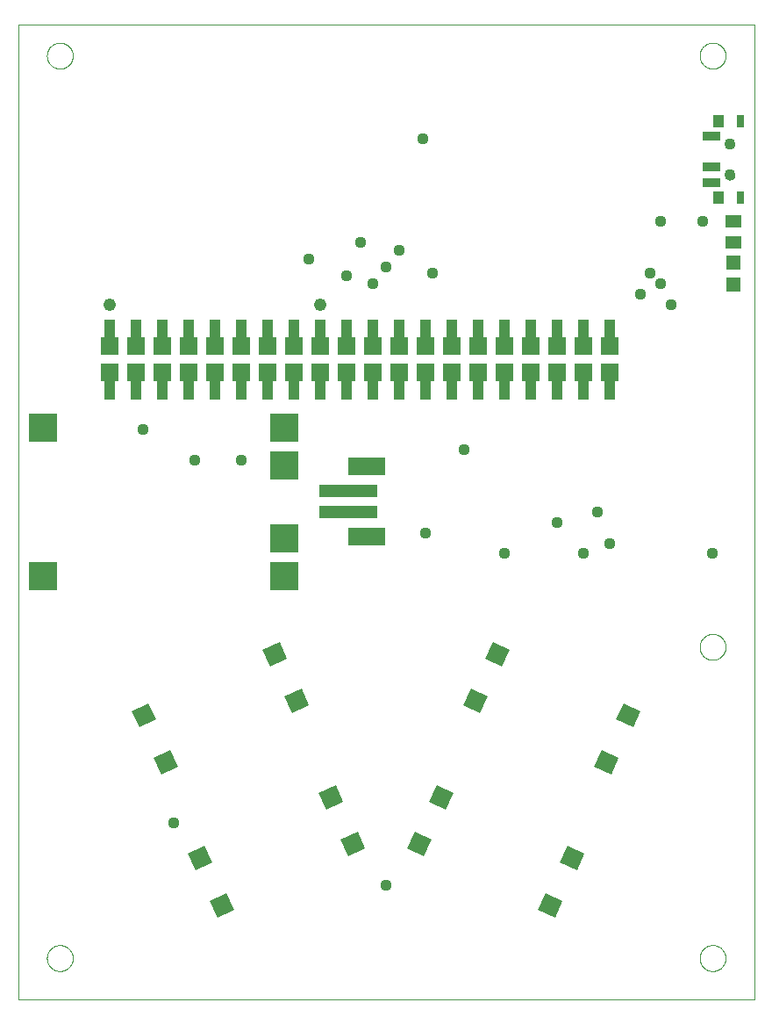
<source format=gbs>
G75*
%MOIN*%
%OFA0B0*%
%FSLAX25Y25*%
%IPPOS*%
%LPD*%
%AMOC8*
5,1,8,0,0,1.08239X$1,22.5*
%
%ADD10C,0.00000*%
%ADD11C,0.00039*%
%ADD12R,0.06800X0.06800*%
%ADD13R,0.04000X0.07800*%
%ADD14R,0.22454X0.04737*%
%ADD15R,0.14186X0.07099*%
%ADD16R,0.10800X0.10800*%
%ADD17R,0.07099X0.06902*%
%ADD18R,0.06312X0.05131*%
%ADD19R,0.05524X0.05524*%
%ADD20R,0.06706X0.03556*%
%ADD21R,0.03162X0.04737*%
%ADD22R,0.03950X0.04737*%
%ADD23C,0.04343*%
%ADD24C,0.04369*%
%ADD25C,0.04762*%
D10*
X0003248Y0001500D02*
X0282776Y0001500D01*
X0282776Y0371579D01*
X0003248Y0371579D01*
X0003248Y0001500D01*
X0271752Y0314492D02*
X0271754Y0314576D01*
X0271760Y0314659D01*
X0271770Y0314742D01*
X0271784Y0314825D01*
X0271801Y0314907D01*
X0271823Y0314988D01*
X0271848Y0315067D01*
X0271877Y0315146D01*
X0271910Y0315223D01*
X0271946Y0315298D01*
X0271986Y0315372D01*
X0272029Y0315444D01*
X0272076Y0315513D01*
X0272126Y0315580D01*
X0272179Y0315645D01*
X0272235Y0315707D01*
X0272293Y0315767D01*
X0272355Y0315824D01*
X0272419Y0315877D01*
X0272486Y0315928D01*
X0272555Y0315975D01*
X0272626Y0316020D01*
X0272699Y0316060D01*
X0272774Y0316097D01*
X0272851Y0316131D01*
X0272929Y0316161D01*
X0273008Y0316187D01*
X0273089Y0316210D01*
X0273171Y0316228D01*
X0273253Y0316243D01*
X0273336Y0316254D01*
X0273419Y0316261D01*
X0273503Y0316264D01*
X0273587Y0316263D01*
X0273670Y0316258D01*
X0273754Y0316249D01*
X0273836Y0316236D01*
X0273918Y0316220D01*
X0273999Y0316199D01*
X0274080Y0316175D01*
X0274158Y0316147D01*
X0274236Y0316115D01*
X0274312Y0316079D01*
X0274386Y0316040D01*
X0274458Y0315998D01*
X0274528Y0315952D01*
X0274596Y0315903D01*
X0274661Y0315851D01*
X0274724Y0315796D01*
X0274784Y0315738D01*
X0274842Y0315677D01*
X0274896Y0315613D01*
X0274948Y0315547D01*
X0274996Y0315479D01*
X0275041Y0315408D01*
X0275082Y0315335D01*
X0275121Y0315261D01*
X0275155Y0315185D01*
X0275186Y0315107D01*
X0275213Y0315028D01*
X0275237Y0314947D01*
X0275256Y0314866D01*
X0275272Y0314784D01*
X0275284Y0314701D01*
X0275292Y0314617D01*
X0275296Y0314534D01*
X0275296Y0314450D01*
X0275292Y0314367D01*
X0275284Y0314283D01*
X0275272Y0314200D01*
X0275256Y0314118D01*
X0275237Y0314037D01*
X0275213Y0313956D01*
X0275186Y0313877D01*
X0275155Y0313799D01*
X0275121Y0313723D01*
X0275082Y0313649D01*
X0275041Y0313576D01*
X0274996Y0313505D01*
X0274948Y0313437D01*
X0274896Y0313371D01*
X0274842Y0313307D01*
X0274784Y0313246D01*
X0274724Y0313188D01*
X0274661Y0313133D01*
X0274596Y0313081D01*
X0274528Y0313032D01*
X0274458Y0312986D01*
X0274386Y0312944D01*
X0274312Y0312905D01*
X0274236Y0312869D01*
X0274158Y0312837D01*
X0274080Y0312809D01*
X0273999Y0312785D01*
X0273918Y0312764D01*
X0273836Y0312748D01*
X0273754Y0312735D01*
X0273670Y0312726D01*
X0273587Y0312721D01*
X0273503Y0312720D01*
X0273419Y0312723D01*
X0273336Y0312730D01*
X0273253Y0312741D01*
X0273171Y0312756D01*
X0273089Y0312774D01*
X0273008Y0312797D01*
X0272929Y0312823D01*
X0272851Y0312853D01*
X0272774Y0312887D01*
X0272699Y0312924D01*
X0272626Y0312964D01*
X0272555Y0313009D01*
X0272486Y0313056D01*
X0272419Y0313107D01*
X0272355Y0313160D01*
X0272293Y0313217D01*
X0272235Y0313277D01*
X0272179Y0313339D01*
X0272126Y0313404D01*
X0272076Y0313471D01*
X0272029Y0313540D01*
X0271986Y0313612D01*
X0271946Y0313686D01*
X0271910Y0313761D01*
X0271877Y0313838D01*
X0271848Y0313917D01*
X0271823Y0313996D01*
X0271801Y0314077D01*
X0271784Y0314159D01*
X0271770Y0314242D01*
X0271760Y0314325D01*
X0271754Y0314408D01*
X0271752Y0314492D01*
X0271752Y0326303D02*
X0271754Y0326387D01*
X0271760Y0326470D01*
X0271770Y0326553D01*
X0271784Y0326636D01*
X0271801Y0326718D01*
X0271823Y0326799D01*
X0271848Y0326878D01*
X0271877Y0326957D01*
X0271910Y0327034D01*
X0271946Y0327109D01*
X0271986Y0327183D01*
X0272029Y0327255D01*
X0272076Y0327324D01*
X0272126Y0327391D01*
X0272179Y0327456D01*
X0272235Y0327518D01*
X0272293Y0327578D01*
X0272355Y0327635D01*
X0272419Y0327688D01*
X0272486Y0327739D01*
X0272555Y0327786D01*
X0272626Y0327831D01*
X0272699Y0327871D01*
X0272774Y0327908D01*
X0272851Y0327942D01*
X0272929Y0327972D01*
X0273008Y0327998D01*
X0273089Y0328021D01*
X0273171Y0328039D01*
X0273253Y0328054D01*
X0273336Y0328065D01*
X0273419Y0328072D01*
X0273503Y0328075D01*
X0273587Y0328074D01*
X0273670Y0328069D01*
X0273754Y0328060D01*
X0273836Y0328047D01*
X0273918Y0328031D01*
X0273999Y0328010D01*
X0274080Y0327986D01*
X0274158Y0327958D01*
X0274236Y0327926D01*
X0274312Y0327890D01*
X0274386Y0327851D01*
X0274458Y0327809D01*
X0274528Y0327763D01*
X0274596Y0327714D01*
X0274661Y0327662D01*
X0274724Y0327607D01*
X0274784Y0327549D01*
X0274842Y0327488D01*
X0274896Y0327424D01*
X0274948Y0327358D01*
X0274996Y0327290D01*
X0275041Y0327219D01*
X0275082Y0327146D01*
X0275121Y0327072D01*
X0275155Y0326996D01*
X0275186Y0326918D01*
X0275213Y0326839D01*
X0275237Y0326758D01*
X0275256Y0326677D01*
X0275272Y0326595D01*
X0275284Y0326512D01*
X0275292Y0326428D01*
X0275296Y0326345D01*
X0275296Y0326261D01*
X0275292Y0326178D01*
X0275284Y0326094D01*
X0275272Y0326011D01*
X0275256Y0325929D01*
X0275237Y0325848D01*
X0275213Y0325767D01*
X0275186Y0325688D01*
X0275155Y0325610D01*
X0275121Y0325534D01*
X0275082Y0325460D01*
X0275041Y0325387D01*
X0274996Y0325316D01*
X0274948Y0325248D01*
X0274896Y0325182D01*
X0274842Y0325118D01*
X0274784Y0325057D01*
X0274724Y0324999D01*
X0274661Y0324944D01*
X0274596Y0324892D01*
X0274528Y0324843D01*
X0274458Y0324797D01*
X0274386Y0324755D01*
X0274312Y0324716D01*
X0274236Y0324680D01*
X0274158Y0324648D01*
X0274080Y0324620D01*
X0273999Y0324596D01*
X0273918Y0324575D01*
X0273836Y0324559D01*
X0273754Y0324546D01*
X0273670Y0324537D01*
X0273587Y0324532D01*
X0273503Y0324531D01*
X0273419Y0324534D01*
X0273336Y0324541D01*
X0273253Y0324552D01*
X0273171Y0324567D01*
X0273089Y0324585D01*
X0273008Y0324608D01*
X0272929Y0324634D01*
X0272851Y0324664D01*
X0272774Y0324698D01*
X0272699Y0324735D01*
X0272626Y0324775D01*
X0272555Y0324820D01*
X0272486Y0324867D01*
X0272419Y0324918D01*
X0272355Y0324971D01*
X0272293Y0325028D01*
X0272235Y0325088D01*
X0272179Y0325150D01*
X0272126Y0325215D01*
X0272076Y0325282D01*
X0272029Y0325351D01*
X0271986Y0325423D01*
X0271946Y0325497D01*
X0271910Y0325572D01*
X0271877Y0325649D01*
X0271848Y0325728D01*
X0271823Y0325807D01*
X0271801Y0325888D01*
X0271784Y0325970D01*
X0271770Y0326053D01*
X0271760Y0326136D01*
X0271754Y0326219D01*
X0271752Y0326303D01*
D11*
X0262107Y0359768D02*
X0262109Y0359908D01*
X0262115Y0360048D01*
X0262125Y0360187D01*
X0262139Y0360326D01*
X0262157Y0360465D01*
X0262178Y0360603D01*
X0262204Y0360741D01*
X0262234Y0360878D01*
X0262267Y0361013D01*
X0262305Y0361148D01*
X0262346Y0361282D01*
X0262391Y0361415D01*
X0262439Y0361546D01*
X0262492Y0361675D01*
X0262548Y0361804D01*
X0262607Y0361930D01*
X0262671Y0362055D01*
X0262737Y0362178D01*
X0262808Y0362299D01*
X0262881Y0362418D01*
X0262958Y0362535D01*
X0263039Y0362649D01*
X0263122Y0362761D01*
X0263209Y0362871D01*
X0263299Y0362979D01*
X0263391Y0363083D01*
X0263487Y0363185D01*
X0263586Y0363285D01*
X0263687Y0363381D01*
X0263791Y0363475D01*
X0263898Y0363565D01*
X0264007Y0363652D01*
X0264119Y0363737D01*
X0264233Y0363818D01*
X0264349Y0363896D01*
X0264467Y0363970D01*
X0264588Y0364041D01*
X0264710Y0364109D01*
X0264835Y0364173D01*
X0264961Y0364234D01*
X0265088Y0364291D01*
X0265218Y0364344D01*
X0265349Y0364394D01*
X0265481Y0364439D01*
X0265614Y0364482D01*
X0265749Y0364520D01*
X0265884Y0364554D01*
X0266021Y0364585D01*
X0266158Y0364612D01*
X0266296Y0364634D01*
X0266435Y0364653D01*
X0266574Y0364668D01*
X0266713Y0364679D01*
X0266853Y0364686D01*
X0266993Y0364689D01*
X0267133Y0364688D01*
X0267273Y0364683D01*
X0267412Y0364674D01*
X0267552Y0364661D01*
X0267691Y0364644D01*
X0267829Y0364623D01*
X0267967Y0364599D01*
X0268104Y0364570D01*
X0268240Y0364538D01*
X0268375Y0364501D01*
X0268509Y0364461D01*
X0268642Y0364417D01*
X0268773Y0364369D01*
X0268903Y0364318D01*
X0269032Y0364263D01*
X0269159Y0364204D01*
X0269284Y0364141D01*
X0269407Y0364076D01*
X0269529Y0364006D01*
X0269648Y0363933D01*
X0269766Y0363857D01*
X0269881Y0363778D01*
X0269994Y0363695D01*
X0270104Y0363609D01*
X0270212Y0363520D01*
X0270317Y0363428D01*
X0270420Y0363333D01*
X0270520Y0363235D01*
X0270617Y0363135D01*
X0270711Y0363031D01*
X0270803Y0362925D01*
X0270891Y0362817D01*
X0270976Y0362706D01*
X0271058Y0362592D01*
X0271137Y0362476D01*
X0271212Y0362359D01*
X0271284Y0362239D01*
X0271352Y0362117D01*
X0271417Y0361993D01*
X0271479Y0361867D01*
X0271537Y0361740D01*
X0271591Y0361611D01*
X0271642Y0361480D01*
X0271688Y0361348D01*
X0271731Y0361215D01*
X0271771Y0361081D01*
X0271806Y0360946D01*
X0271838Y0360809D01*
X0271865Y0360672D01*
X0271889Y0360534D01*
X0271909Y0360396D01*
X0271925Y0360257D01*
X0271937Y0360117D01*
X0271945Y0359978D01*
X0271949Y0359838D01*
X0271949Y0359698D01*
X0271945Y0359558D01*
X0271937Y0359419D01*
X0271925Y0359279D01*
X0271909Y0359140D01*
X0271889Y0359002D01*
X0271865Y0358864D01*
X0271838Y0358727D01*
X0271806Y0358590D01*
X0271771Y0358455D01*
X0271731Y0358321D01*
X0271688Y0358188D01*
X0271642Y0358056D01*
X0271591Y0357925D01*
X0271537Y0357796D01*
X0271479Y0357669D01*
X0271417Y0357543D01*
X0271352Y0357419D01*
X0271284Y0357297D01*
X0271212Y0357177D01*
X0271137Y0357060D01*
X0271058Y0356944D01*
X0270976Y0356830D01*
X0270891Y0356719D01*
X0270803Y0356611D01*
X0270711Y0356505D01*
X0270617Y0356401D01*
X0270520Y0356301D01*
X0270420Y0356203D01*
X0270317Y0356108D01*
X0270212Y0356016D01*
X0270104Y0355927D01*
X0269994Y0355841D01*
X0269881Y0355758D01*
X0269766Y0355679D01*
X0269648Y0355603D01*
X0269529Y0355530D01*
X0269407Y0355460D01*
X0269284Y0355395D01*
X0269159Y0355332D01*
X0269032Y0355273D01*
X0268903Y0355218D01*
X0268773Y0355167D01*
X0268642Y0355119D01*
X0268509Y0355075D01*
X0268375Y0355035D01*
X0268240Y0354998D01*
X0268104Y0354966D01*
X0267967Y0354937D01*
X0267829Y0354913D01*
X0267691Y0354892D01*
X0267552Y0354875D01*
X0267412Y0354862D01*
X0267273Y0354853D01*
X0267133Y0354848D01*
X0266993Y0354847D01*
X0266853Y0354850D01*
X0266713Y0354857D01*
X0266574Y0354868D01*
X0266435Y0354883D01*
X0266296Y0354902D01*
X0266158Y0354924D01*
X0266021Y0354951D01*
X0265884Y0354982D01*
X0265749Y0355016D01*
X0265614Y0355054D01*
X0265481Y0355097D01*
X0265349Y0355142D01*
X0265218Y0355192D01*
X0265088Y0355245D01*
X0264961Y0355302D01*
X0264835Y0355363D01*
X0264710Y0355427D01*
X0264588Y0355495D01*
X0264467Y0355566D01*
X0264349Y0355640D01*
X0264233Y0355718D01*
X0264119Y0355799D01*
X0264007Y0355884D01*
X0263898Y0355971D01*
X0263791Y0356061D01*
X0263687Y0356155D01*
X0263586Y0356251D01*
X0263487Y0356351D01*
X0263391Y0356453D01*
X0263299Y0356557D01*
X0263209Y0356665D01*
X0263122Y0356775D01*
X0263039Y0356887D01*
X0262958Y0357001D01*
X0262881Y0357118D01*
X0262808Y0357237D01*
X0262737Y0357358D01*
X0262671Y0357481D01*
X0262607Y0357606D01*
X0262548Y0357732D01*
X0262492Y0357861D01*
X0262439Y0357990D01*
X0262391Y0358121D01*
X0262346Y0358254D01*
X0262305Y0358388D01*
X0262267Y0358523D01*
X0262234Y0358658D01*
X0262204Y0358795D01*
X0262178Y0358933D01*
X0262157Y0359071D01*
X0262139Y0359210D01*
X0262125Y0359349D01*
X0262115Y0359488D01*
X0262109Y0359628D01*
X0262107Y0359768D01*
X0262107Y0135358D02*
X0262109Y0135498D01*
X0262115Y0135638D01*
X0262125Y0135777D01*
X0262139Y0135916D01*
X0262157Y0136055D01*
X0262178Y0136193D01*
X0262204Y0136331D01*
X0262234Y0136468D01*
X0262267Y0136603D01*
X0262305Y0136738D01*
X0262346Y0136872D01*
X0262391Y0137005D01*
X0262439Y0137136D01*
X0262492Y0137265D01*
X0262548Y0137394D01*
X0262607Y0137520D01*
X0262671Y0137645D01*
X0262737Y0137768D01*
X0262808Y0137889D01*
X0262881Y0138008D01*
X0262958Y0138125D01*
X0263039Y0138239D01*
X0263122Y0138351D01*
X0263209Y0138461D01*
X0263299Y0138569D01*
X0263391Y0138673D01*
X0263487Y0138775D01*
X0263586Y0138875D01*
X0263687Y0138971D01*
X0263791Y0139065D01*
X0263898Y0139155D01*
X0264007Y0139242D01*
X0264119Y0139327D01*
X0264233Y0139408D01*
X0264349Y0139486D01*
X0264467Y0139560D01*
X0264588Y0139631D01*
X0264710Y0139699D01*
X0264835Y0139763D01*
X0264961Y0139824D01*
X0265088Y0139881D01*
X0265218Y0139934D01*
X0265349Y0139984D01*
X0265481Y0140029D01*
X0265614Y0140072D01*
X0265749Y0140110D01*
X0265884Y0140144D01*
X0266021Y0140175D01*
X0266158Y0140202D01*
X0266296Y0140224D01*
X0266435Y0140243D01*
X0266574Y0140258D01*
X0266713Y0140269D01*
X0266853Y0140276D01*
X0266993Y0140279D01*
X0267133Y0140278D01*
X0267273Y0140273D01*
X0267412Y0140264D01*
X0267552Y0140251D01*
X0267691Y0140234D01*
X0267829Y0140213D01*
X0267967Y0140189D01*
X0268104Y0140160D01*
X0268240Y0140128D01*
X0268375Y0140091D01*
X0268509Y0140051D01*
X0268642Y0140007D01*
X0268773Y0139959D01*
X0268903Y0139908D01*
X0269032Y0139853D01*
X0269159Y0139794D01*
X0269284Y0139731D01*
X0269407Y0139666D01*
X0269529Y0139596D01*
X0269648Y0139523D01*
X0269766Y0139447D01*
X0269881Y0139368D01*
X0269994Y0139285D01*
X0270104Y0139199D01*
X0270212Y0139110D01*
X0270317Y0139018D01*
X0270420Y0138923D01*
X0270520Y0138825D01*
X0270617Y0138725D01*
X0270711Y0138621D01*
X0270803Y0138515D01*
X0270891Y0138407D01*
X0270976Y0138296D01*
X0271058Y0138182D01*
X0271137Y0138066D01*
X0271212Y0137949D01*
X0271284Y0137829D01*
X0271352Y0137707D01*
X0271417Y0137583D01*
X0271479Y0137457D01*
X0271537Y0137330D01*
X0271591Y0137201D01*
X0271642Y0137070D01*
X0271688Y0136938D01*
X0271731Y0136805D01*
X0271771Y0136671D01*
X0271806Y0136536D01*
X0271838Y0136399D01*
X0271865Y0136262D01*
X0271889Y0136124D01*
X0271909Y0135986D01*
X0271925Y0135847D01*
X0271937Y0135707D01*
X0271945Y0135568D01*
X0271949Y0135428D01*
X0271949Y0135288D01*
X0271945Y0135148D01*
X0271937Y0135009D01*
X0271925Y0134869D01*
X0271909Y0134730D01*
X0271889Y0134592D01*
X0271865Y0134454D01*
X0271838Y0134317D01*
X0271806Y0134180D01*
X0271771Y0134045D01*
X0271731Y0133911D01*
X0271688Y0133778D01*
X0271642Y0133646D01*
X0271591Y0133515D01*
X0271537Y0133386D01*
X0271479Y0133259D01*
X0271417Y0133133D01*
X0271352Y0133009D01*
X0271284Y0132887D01*
X0271212Y0132767D01*
X0271137Y0132650D01*
X0271058Y0132534D01*
X0270976Y0132420D01*
X0270891Y0132309D01*
X0270803Y0132201D01*
X0270711Y0132095D01*
X0270617Y0131991D01*
X0270520Y0131891D01*
X0270420Y0131793D01*
X0270317Y0131698D01*
X0270212Y0131606D01*
X0270104Y0131517D01*
X0269994Y0131431D01*
X0269881Y0131348D01*
X0269766Y0131269D01*
X0269648Y0131193D01*
X0269529Y0131120D01*
X0269407Y0131050D01*
X0269284Y0130985D01*
X0269159Y0130922D01*
X0269032Y0130863D01*
X0268903Y0130808D01*
X0268773Y0130757D01*
X0268642Y0130709D01*
X0268509Y0130665D01*
X0268375Y0130625D01*
X0268240Y0130588D01*
X0268104Y0130556D01*
X0267967Y0130527D01*
X0267829Y0130503D01*
X0267691Y0130482D01*
X0267552Y0130465D01*
X0267412Y0130452D01*
X0267273Y0130443D01*
X0267133Y0130438D01*
X0266993Y0130437D01*
X0266853Y0130440D01*
X0266713Y0130447D01*
X0266574Y0130458D01*
X0266435Y0130473D01*
X0266296Y0130492D01*
X0266158Y0130514D01*
X0266021Y0130541D01*
X0265884Y0130572D01*
X0265749Y0130606D01*
X0265614Y0130644D01*
X0265481Y0130687D01*
X0265349Y0130732D01*
X0265218Y0130782D01*
X0265088Y0130835D01*
X0264961Y0130892D01*
X0264835Y0130953D01*
X0264710Y0131017D01*
X0264588Y0131085D01*
X0264467Y0131156D01*
X0264349Y0131230D01*
X0264233Y0131308D01*
X0264119Y0131389D01*
X0264007Y0131474D01*
X0263898Y0131561D01*
X0263791Y0131651D01*
X0263687Y0131745D01*
X0263586Y0131841D01*
X0263487Y0131941D01*
X0263391Y0132043D01*
X0263299Y0132147D01*
X0263209Y0132255D01*
X0263122Y0132365D01*
X0263039Y0132477D01*
X0262958Y0132591D01*
X0262881Y0132708D01*
X0262808Y0132827D01*
X0262737Y0132948D01*
X0262671Y0133071D01*
X0262607Y0133196D01*
X0262548Y0133322D01*
X0262492Y0133451D01*
X0262439Y0133580D01*
X0262391Y0133711D01*
X0262346Y0133844D01*
X0262305Y0133978D01*
X0262267Y0134113D01*
X0262234Y0134248D01*
X0262204Y0134385D01*
X0262178Y0134523D01*
X0262157Y0134661D01*
X0262139Y0134800D01*
X0262125Y0134939D01*
X0262115Y0135078D01*
X0262109Y0135218D01*
X0262107Y0135358D01*
X0262107Y0017248D02*
X0262109Y0017388D01*
X0262115Y0017528D01*
X0262125Y0017667D01*
X0262139Y0017806D01*
X0262157Y0017945D01*
X0262178Y0018083D01*
X0262204Y0018221D01*
X0262234Y0018358D01*
X0262267Y0018493D01*
X0262305Y0018628D01*
X0262346Y0018762D01*
X0262391Y0018895D01*
X0262439Y0019026D01*
X0262492Y0019155D01*
X0262548Y0019284D01*
X0262607Y0019410D01*
X0262671Y0019535D01*
X0262737Y0019658D01*
X0262808Y0019779D01*
X0262881Y0019898D01*
X0262958Y0020015D01*
X0263039Y0020129D01*
X0263122Y0020241D01*
X0263209Y0020351D01*
X0263299Y0020459D01*
X0263391Y0020563D01*
X0263487Y0020665D01*
X0263586Y0020765D01*
X0263687Y0020861D01*
X0263791Y0020955D01*
X0263898Y0021045D01*
X0264007Y0021132D01*
X0264119Y0021217D01*
X0264233Y0021298D01*
X0264349Y0021376D01*
X0264467Y0021450D01*
X0264588Y0021521D01*
X0264710Y0021589D01*
X0264835Y0021653D01*
X0264961Y0021714D01*
X0265088Y0021771D01*
X0265218Y0021824D01*
X0265349Y0021874D01*
X0265481Y0021919D01*
X0265614Y0021962D01*
X0265749Y0022000D01*
X0265884Y0022034D01*
X0266021Y0022065D01*
X0266158Y0022092D01*
X0266296Y0022114D01*
X0266435Y0022133D01*
X0266574Y0022148D01*
X0266713Y0022159D01*
X0266853Y0022166D01*
X0266993Y0022169D01*
X0267133Y0022168D01*
X0267273Y0022163D01*
X0267412Y0022154D01*
X0267552Y0022141D01*
X0267691Y0022124D01*
X0267829Y0022103D01*
X0267967Y0022079D01*
X0268104Y0022050D01*
X0268240Y0022018D01*
X0268375Y0021981D01*
X0268509Y0021941D01*
X0268642Y0021897D01*
X0268773Y0021849D01*
X0268903Y0021798D01*
X0269032Y0021743D01*
X0269159Y0021684D01*
X0269284Y0021621D01*
X0269407Y0021556D01*
X0269529Y0021486D01*
X0269648Y0021413D01*
X0269766Y0021337D01*
X0269881Y0021258D01*
X0269994Y0021175D01*
X0270104Y0021089D01*
X0270212Y0021000D01*
X0270317Y0020908D01*
X0270420Y0020813D01*
X0270520Y0020715D01*
X0270617Y0020615D01*
X0270711Y0020511D01*
X0270803Y0020405D01*
X0270891Y0020297D01*
X0270976Y0020186D01*
X0271058Y0020072D01*
X0271137Y0019956D01*
X0271212Y0019839D01*
X0271284Y0019719D01*
X0271352Y0019597D01*
X0271417Y0019473D01*
X0271479Y0019347D01*
X0271537Y0019220D01*
X0271591Y0019091D01*
X0271642Y0018960D01*
X0271688Y0018828D01*
X0271731Y0018695D01*
X0271771Y0018561D01*
X0271806Y0018426D01*
X0271838Y0018289D01*
X0271865Y0018152D01*
X0271889Y0018014D01*
X0271909Y0017876D01*
X0271925Y0017737D01*
X0271937Y0017597D01*
X0271945Y0017458D01*
X0271949Y0017318D01*
X0271949Y0017178D01*
X0271945Y0017038D01*
X0271937Y0016899D01*
X0271925Y0016759D01*
X0271909Y0016620D01*
X0271889Y0016482D01*
X0271865Y0016344D01*
X0271838Y0016207D01*
X0271806Y0016070D01*
X0271771Y0015935D01*
X0271731Y0015801D01*
X0271688Y0015668D01*
X0271642Y0015536D01*
X0271591Y0015405D01*
X0271537Y0015276D01*
X0271479Y0015149D01*
X0271417Y0015023D01*
X0271352Y0014899D01*
X0271284Y0014777D01*
X0271212Y0014657D01*
X0271137Y0014540D01*
X0271058Y0014424D01*
X0270976Y0014310D01*
X0270891Y0014199D01*
X0270803Y0014091D01*
X0270711Y0013985D01*
X0270617Y0013881D01*
X0270520Y0013781D01*
X0270420Y0013683D01*
X0270317Y0013588D01*
X0270212Y0013496D01*
X0270104Y0013407D01*
X0269994Y0013321D01*
X0269881Y0013238D01*
X0269766Y0013159D01*
X0269648Y0013083D01*
X0269529Y0013010D01*
X0269407Y0012940D01*
X0269284Y0012875D01*
X0269159Y0012812D01*
X0269032Y0012753D01*
X0268903Y0012698D01*
X0268773Y0012647D01*
X0268642Y0012599D01*
X0268509Y0012555D01*
X0268375Y0012515D01*
X0268240Y0012478D01*
X0268104Y0012446D01*
X0267967Y0012417D01*
X0267829Y0012393D01*
X0267691Y0012372D01*
X0267552Y0012355D01*
X0267412Y0012342D01*
X0267273Y0012333D01*
X0267133Y0012328D01*
X0266993Y0012327D01*
X0266853Y0012330D01*
X0266713Y0012337D01*
X0266574Y0012348D01*
X0266435Y0012363D01*
X0266296Y0012382D01*
X0266158Y0012404D01*
X0266021Y0012431D01*
X0265884Y0012462D01*
X0265749Y0012496D01*
X0265614Y0012534D01*
X0265481Y0012577D01*
X0265349Y0012622D01*
X0265218Y0012672D01*
X0265088Y0012725D01*
X0264961Y0012782D01*
X0264835Y0012843D01*
X0264710Y0012907D01*
X0264588Y0012975D01*
X0264467Y0013046D01*
X0264349Y0013120D01*
X0264233Y0013198D01*
X0264119Y0013279D01*
X0264007Y0013364D01*
X0263898Y0013451D01*
X0263791Y0013541D01*
X0263687Y0013635D01*
X0263586Y0013731D01*
X0263487Y0013831D01*
X0263391Y0013933D01*
X0263299Y0014037D01*
X0263209Y0014145D01*
X0263122Y0014255D01*
X0263039Y0014367D01*
X0262958Y0014481D01*
X0262881Y0014598D01*
X0262808Y0014717D01*
X0262737Y0014838D01*
X0262671Y0014961D01*
X0262607Y0015086D01*
X0262548Y0015212D01*
X0262492Y0015341D01*
X0262439Y0015470D01*
X0262391Y0015601D01*
X0262346Y0015734D01*
X0262305Y0015868D01*
X0262267Y0016003D01*
X0262234Y0016138D01*
X0262204Y0016275D01*
X0262178Y0016413D01*
X0262157Y0016551D01*
X0262139Y0016690D01*
X0262125Y0016829D01*
X0262115Y0016968D01*
X0262109Y0017108D01*
X0262107Y0017248D01*
X0014075Y0017248D02*
X0014077Y0017388D01*
X0014083Y0017528D01*
X0014093Y0017667D01*
X0014107Y0017806D01*
X0014125Y0017945D01*
X0014146Y0018083D01*
X0014172Y0018221D01*
X0014202Y0018358D01*
X0014235Y0018493D01*
X0014273Y0018628D01*
X0014314Y0018762D01*
X0014359Y0018895D01*
X0014407Y0019026D01*
X0014460Y0019155D01*
X0014516Y0019284D01*
X0014575Y0019410D01*
X0014639Y0019535D01*
X0014705Y0019658D01*
X0014776Y0019779D01*
X0014849Y0019898D01*
X0014926Y0020015D01*
X0015007Y0020129D01*
X0015090Y0020241D01*
X0015177Y0020351D01*
X0015267Y0020459D01*
X0015359Y0020563D01*
X0015455Y0020665D01*
X0015554Y0020765D01*
X0015655Y0020861D01*
X0015759Y0020955D01*
X0015866Y0021045D01*
X0015975Y0021132D01*
X0016087Y0021217D01*
X0016201Y0021298D01*
X0016317Y0021376D01*
X0016435Y0021450D01*
X0016556Y0021521D01*
X0016678Y0021589D01*
X0016803Y0021653D01*
X0016929Y0021714D01*
X0017056Y0021771D01*
X0017186Y0021824D01*
X0017317Y0021874D01*
X0017449Y0021919D01*
X0017582Y0021962D01*
X0017717Y0022000D01*
X0017852Y0022034D01*
X0017989Y0022065D01*
X0018126Y0022092D01*
X0018264Y0022114D01*
X0018403Y0022133D01*
X0018542Y0022148D01*
X0018681Y0022159D01*
X0018821Y0022166D01*
X0018961Y0022169D01*
X0019101Y0022168D01*
X0019241Y0022163D01*
X0019380Y0022154D01*
X0019520Y0022141D01*
X0019659Y0022124D01*
X0019797Y0022103D01*
X0019935Y0022079D01*
X0020072Y0022050D01*
X0020208Y0022018D01*
X0020343Y0021981D01*
X0020477Y0021941D01*
X0020610Y0021897D01*
X0020741Y0021849D01*
X0020871Y0021798D01*
X0021000Y0021743D01*
X0021127Y0021684D01*
X0021252Y0021621D01*
X0021375Y0021556D01*
X0021497Y0021486D01*
X0021616Y0021413D01*
X0021734Y0021337D01*
X0021849Y0021258D01*
X0021962Y0021175D01*
X0022072Y0021089D01*
X0022180Y0021000D01*
X0022285Y0020908D01*
X0022388Y0020813D01*
X0022488Y0020715D01*
X0022585Y0020615D01*
X0022679Y0020511D01*
X0022771Y0020405D01*
X0022859Y0020297D01*
X0022944Y0020186D01*
X0023026Y0020072D01*
X0023105Y0019956D01*
X0023180Y0019839D01*
X0023252Y0019719D01*
X0023320Y0019597D01*
X0023385Y0019473D01*
X0023447Y0019347D01*
X0023505Y0019220D01*
X0023559Y0019091D01*
X0023610Y0018960D01*
X0023656Y0018828D01*
X0023699Y0018695D01*
X0023739Y0018561D01*
X0023774Y0018426D01*
X0023806Y0018289D01*
X0023833Y0018152D01*
X0023857Y0018014D01*
X0023877Y0017876D01*
X0023893Y0017737D01*
X0023905Y0017597D01*
X0023913Y0017458D01*
X0023917Y0017318D01*
X0023917Y0017178D01*
X0023913Y0017038D01*
X0023905Y0016899D01*
X0023893Y0016759D01*
X0023877Y0016620D01*
X0023857Y0016482D01*
X0023833Y0016344D01*
X0023806Y0016207D01*
X0023774Y0016070D01*
X0023739Y0015935D01*
X0023699Y0015801D01*
X0023656Y0015668D01*
X0023610Y0015536D01*
X0023559Y0015405D01*
X0023505Y0015276D01*
X0023447Y0015149D01*
X0023385Y0015023D01*
X0023320Y0014899D01*
X0023252Y0014777D01*
X0023180Y0014657D01*
X0023105Y0014540D01*
X0023026Y0014424D01*
X0022944Y0014310D01*
X0022859Y0014199D01*
X0022771Y0014091D01*
X0022679Y0013985D01*
X0022585Y0013881D01*
X0022488Y0013781D01*
X0022388Y0013683D01*
X0022285Y0013588D01*
X0022180Y0013496D01*
X0022072Y0013407D01*
X0021962Y0013321D01*
X0021849Y0013238D01*
X0021734Y0013159D01*
X0021616Y0013083D01*
X0021497Y0013010D01*
X0021375Y0012940D01*
X0021252Y0012875D01*
X0021127Y0012812D01*
X0021000Y0012753D01*
X0020871Y0012698D01*
X0020741Y0012647D01*
X0020610Y0012599D01*
X0020477Y0012555D01*
X0020343Y0012515D01*
X0020208Y0012478D01*
X0020072Y0012446D01*
X0019935Y0012417D01*
X0019797Y0012393D01*
X0019659Y0012372D01*
X0019520Y0012355D01*
X0019380Y0012342D01*
X0019241Y0012333D01*
X0019101Y0012328D01*
X0018961Y0012327D01*
X0018821Y0012330D01*
X0018681Y0012337D01*
X0018542Y0012348D01*
X0018403Y0012363D01*
X0018264Y0012382D01*
X0018126Y0012404D01*
X0017989Y0012431D01*
X0017852Y0012462D01*
X0017717Y0012496D01*
X0017582Y0012534D01*
X0017449Y0012577D01*
X0017317Y0012622D01*
X0017186Y0012672D01*
X0017056Y0012725D01*
X0016929Y0012782D01*
X0016803Y0012843D01*
X0016678Y0012907D01*
X0016556Y0012975D01*
X0016435Y0013046D01*
X0016317Y0013120D01*
X0016201Y0013198D01*
X0016087Y0013279D01*
X0015975Y0013364D01*
X0015866Y0013451D01*
X0015759Y0013541D01*
X0015655Y0013635D01*
X0015554Y0013731D01*
X0015455Y0013831D01*
X0015359Y0013933D01*
X0015267Y0014037D01*
X0015177Y0014145D01*
X0015090Y0014255D01*
X0015007Y0014367D01*
X0014926Y0014481D01*
X0014849Y0014598D01*
X0014776Y0014717D01*
X0014705Y0014838D01*
X0014639Y0014961D01*
X0014575Y0015086D01*
X0014516Y0015212D01*
X0014460Y0015341D01*
X0014407Y0015470D01*
X0014359Y0015601D01*
X0014314Y0015734D01*
X0014273Y0015868D01*
X0014235Y0016003D01*
X0014202Y0016138D01*
X0014172Y0016275D01*
X0014146Y0016413D01*
X0014125Y0016551D01*
X0014107Y0016690D01*
X0014093Y0016829D01*
X0014083Y0016968D01*
X0014077Y0017108D01*
X0014075Y0017248D01*
X0014075Y0359768D02*
X0014077Y0359908D01*
X0014083Y0360048D01*
X0014093Y0360187D01*
X0014107Y0360326D01*
X0014125Y0360465D01*
X0014146Y0360603D01*
X0014172Y0360741D01*
X0014202Y0360878D01*
X0014235Y0361013D01*
X0014273Y0361148D01*
X0014314Y0361282D01*
X0014359Y0361415D01*
X0014407Y0361546D01*
X0014460Y0361675D01*
X0014516Y0361804D01*
X0014575Y0361930D01*
X0014639Y0362055D01*
X0014705Y0362178D01*
X0014776Y0362299D01*
X0014849Y0362418D01*
X0014926Y0362535D01*
X0015007Y0362649D01*
X0015090Y0362761D01*
X0015177Y0362871D01*
X0015267Y0362979D01*
X0015359Y0363083D01*
X0015455Y0363185D01*
X0015554Y0363285D01*
X0015655Y0363381D01*
X0015759Y0363475D01*
X0015866Y0363565D01*
X0015975Y0363652D01*
X0016087Y0363737D01*
X0016201Y0363818D01*
X0016317Y0363896D01*
X0016435Y0363970D01*
X0016556Y0364041D01*
X0016678Y0364109D01*
X0016803Y0364173D01*
X0016929Y0364234D01*
X0017056Y0364291D01*
X0017186Y0364344D01*
X0017317Y0364394D01*
X0017449Y0364439D01*
X0017582Y0364482D01*
X0017717Y0364520D01*
X0017852Y0364554D01*
X0017989Y0364585D01*
X0018126Y0364612D01*
X0018264Y0364634D01*
X0018403Y0364653D01*
X0018542Y0364668D01*
X0018681Y0364679D01*
X0018821Y0364686D01*
X0018961Y0364689D01*
X0019101Y0364688D01*
X0019241Y0364683D01*
X0019380Y0364674D01*
X0019520Y0364661D01*
X0019659Y0364644D01*
X0019797Y0364623D01*
X0019935Y0364599D01*
X0020072Y0364570D01*
X0020208Y0364538D01*
X0020343Y0364501D01*
X0020477Y0364461D01*
X0020610Y0364417D01*
X0020741Y0364369D01*
X0020871Y0364318D01*
X0021000Y0364263D01*
X0021127Y0364204D01*
X0021252Y0364141D01*
X0021375Y0364076D01*
X0021497Y0364006D01*
X0021616Y0363933D01*
X0021734Y0363857D01*
X0021849Y0363778D01*
X0021962Y0363695D01*
X0022072Y0363609D01*
X0022180Y0363520D01*
X0022285Y0363428D01*
X0022388Y0363333D01*
X0022488Y0363235D01*
X0022585Y0363135D01*
X0022679Y0363031D01*
X0022771Y0362925D01*
X0022859Y0362817D01*
X0022944Y0362706D01*
X0023026Y0362592D01*
X0023105Y0362476D01*
X0023180Y0362359D01*
X0023252Y0362239D01*
X0023320Y0362117D01*
X0023385Y0361993D01*
X0023447Y0361867D01*
X0023505Y0361740D01*
X0023559Y0361611D01*
X0023610Y0361480D01*
X0023656Y0361348D01*
X0023699Y0361215D01*
X0023739Y0361081D01*
X0023774Y0360946D01*
X0023806Y0360809D01*
X0023833Y0360672D01*
X0023857Y0360534D01*
X0023877Y0360396D01*
X0023893Y0360257D01*
X0023905Y0360117D01*
X0023913Y0359978D01*
X0023917Y0359838D01*
X0023917Y0359698D01*
X0023913Y0359558D01*
X0023905Y0359419D01*
X0023893Y0359279D01*
X0023877Y0359140D01*
X0023857Y0359002D01*
X0023833Y0358864D01*
X0023806Y0358727D01*
X0023774Y0358590D01*
X0023739Y0358455D01*
X0023699Y0358321D01*
X0023656Y0358188D01*
X0023610Y0358056D01*
X0023559Y0357925D01*
X0023505Y0357796D01*
X0023447Y0357669D01*
X0023385Y0357543D01*
X0023320Y0357419D01*
X0023252Y0357297D01*
X0023180Y0357177D01*
X0023105Y0357060D01*
X0023026Y0356944D01*
X0022944Y0356830D01*
X0022859Y0356719D01*
X0022771Y0356611D01*
X0022679Y0356505D01*
X0022585Y0356401D01*
X0022488Y0356301D01*
X0022388Y0356203D01*
X0022285Y0356108D01*
X0022180Y0356016D01*
X0022072Y0355927D01*
X0021962Y0355841D01*
X0021849Y0355758D01*
X0021734Y0355679D01*
X0021616Y0355603D01*
X0021497Y0355530D01*
X0021375Y0355460D01*
X0021252Y0355395D01*
X0021127Y0355332D01*
X0021000Y0355273D01*
X0020871Y0355218D01*
X0020741Y0355167D01*
X0020610Y0355119D01*
X0020477Y0355075D01*
X0020343Y0355035D01*
X0020208Y0354998D01*
X0020072Y0354966D01*
X0019935Y0354937D01*
X0019797Y0354913D01*
X0019659Y0354892D01*
X0019520Y0354875D01*
X0019380Y0354862D01*
X0019241Y0354853D01*
X0019101Y0354848D01*
X0018961Y0354847D01*
X0018821Y0354850D01*
X0018681Y0354857D01*
X0018542Y0354868D01*
X0018403Y0354883D01*
X0018264Y0354902D01*
X0018126Y0354924D01*
X0017989Y0354951D01*
X0017852Y0354982D01*
X0017717Y0355016D01*
X0017582Y0355054D01*
X0017449Y0355097D01*
X0017317Y0355142D01*
X0017186Y0355192D01*
X0017056Y0355245D01*
X0016929Y0355302D01*
X0016803Y0355363D01*
X0016678Y0355427D01*
X0016556Y0355495D01*
X0016435Y0355566D01*
X0016317Y0355640D01*
X0016201Y0355718D01*
X0016087Y0355799D01*
X0015975Y0355884D01*
X0015866Y0355971D01*
X0015759Y0356061D01*
X0015655Y0356155D01*
X0015554Y0356251D01*
X0015455Y0356351D01*
X0015359Y0356453D01*
X0015267Y0356557D01*
X0015177Y0356665D01*
X0015090Y0356775D01*
X0015007Y0356887D01*
X0014926Y0357001D01*
X0014849Y0357118D01*
X0014776Y0357237D01*
X0014705Y0357358D01*
X0014639Y0357481D01*
X0014575Y0357606D01*
X0014516Y0357732D01*
X0014460Y0357861D01*
X0014407Y0357990D01*
X0014359Y0358121D01*
X0014314Y0358254D01*
X0014273Y0358388D01*
X0014235Y0358523D01*
X0014202Y0358658D01*
X0014172Y0358795D01*
X0014146Y0358933D01*
X0014125Y0359071D01*
X0014107Y0359210D01*
X0014093Y0359349D01*
X0014083Y0359488D01*
X0014077Y0359628D01*
X0014075Y0359768D01*
D12*
X0038000Y0249520D03*
X0038000Y0239520D03*
X0048000Y0239520D03*
X0048000Y0249520D03*
X0058000Y0249520D03*
X0058000Y0239520D03*
X0068000Y0239520D03*
X0068000Y0249520D03*
X0078000Y0249520D03*
X0078000Y0239520D03*
X0088000Y0239520D03*
X0088000Y0249520D03*
X0098000Y0249520D03*
X0098000Y0239520D03*
X0108000Y0239520D03*
X0108000Y0249520D03*
X0118000Y0249520D03*
X0118000Y0239520D03*
X0128000Y0239520D03*
X0128000Y0249520D03*
X0138000Y0249520D03*
X0138000Y0239520D03*
X0148000Y0239520D03*
X0148000Y0249520D03*
X0158000Y0249520D03*
X0158000Y0239520D03*
X0168000Y0239520D03*
X0168000Y0249520D03*
X0178000Y0249520D03*
X0178000Y0239520D03*
X0188000Y0239520D03*
X0188000Y0249520D03*
X0198000Y0249520D03*
X0198000Y0239520D03*
X0208000Y0239520D03*
X0208000Y0249520D03*
X0218000Y0249520D03*
X0218000Y0239520D03*
X0228000Y0239520D03*
X0228000Y0249520D03*
D13*
X0228000Y0256020D03*
X0218000Y0256020D03*
X0208000Y0256020D03*
X0198000Y0256020D03*
X0188000Y0256020D03*
X0178000Y0256020D03*
X0168000Y0256020D03*
X0158000Y0256020D03*
X0148000Y0256020D03*
X0138000Y0256020D03*
X0128000Y0256020D03*
X0118000Y0256020D03*
X0108000Y0256020D03*
X0098000Y0256020D03*
X0088000Y0256020D03*
X0078000Y0256020D03*
X0068000Y0256020D03*
X0058000Y0256020D03*
X0048000Y0256020D03*
X0038000Y0256020D03*
X0038000Y0233020D03*
X0048000Y0233020D03*
X0058000Y0233020D03*
X0068000Y0233020D03*
X0078000Y0233020D03*
X0088000Y0233020D03*
X0098000Y0233020D03*
X0108000Y0233020D03*
X0118000Y0233020D03*
X0128000Y0233020D03*
X0138000Y0233020D03*
X0148000Y0233020D03*
X0158000Y0233020D03*
X0168000Y0233020D03*
X0178000Y0233020D03*
X0188000Y0233020D03*
X0198000Y0233020D03*
X0208000Y0233020D03*
X0218000Y0233020D03*
X0228000Y0233020D03*
D14*
X0128524Y0194512D03*
X0128524Y0186638D03*
D15*
X0135610Y0177189D03*
X0135610Y0203961D03*
D16*
X0104232Y0204256D03*
X0104232Y0218626D03*
X0104232Y0176697D03*
X0104232Y0162327D03*
X0012500Y0162327D03*
X0012500Y0218626D03*
D17*
G36*
X0046298Y0111047D02*
X0052730Y0114047D01*
X0055646Y0107793D01*
X0049214Y0104793D01*
X0046298Y0111047D01*
G37*
G36*
X0054618Y0093206D02*
X0061050Y0096206D01*
X0063966Y0089952D01*
X0057534Y0086952D01*
X0054618Y0093206D01*
G37*
G36*
X0067624Y0056787D02*
X0074056Y0059787D01*
X0076972Y0053533D01*
X0070540Y0050533D01*
X0067624Y0056787D01*
G37*
G36*
X0075943Y0038947D02*
X0082375Y0041947D01*
X0085291Y0035693D01*
X0078859Y0032693D01*
X0075943Y0038947D01*
G37*
G36*
X0117399Y0079998D02*
X0123831Y0082998D01*
X0126747Y0076744D01*
X0120315Y0073744D01*
X0117399Y0079998D01*
G37*
G36*
X0125719Y0062157D02*
X0132151Y0065157D01*
X0135067Y0058903D01*
X0128635Y0055903D01*
X0125719Y0062157D01*
G37*
G36*
X0157389Y0055903D02*
X0150957Y0058903D01*
X0153873Y0065157D01*
X0160305Y0062157D01*
X0157389Y0055903D01*
G37*
G36*
X0165708Y0073744D02*
X0159276Y0076744D01*
X0162192Y0082998D01*
X0168624Y0079998D01*
X0165708Y0073744D01*
G37*
G36*
X0178715Y0110163D02*
X0172283Y0113163D01*
X0175199Y0119417D01*
X0181631Y0116417D01*
X0178715Y0110163D01*
G37*
G36*
X0187034Y0128004D02*
X0180602Y0131004D01*
X0183518Y0137258D01*
X0189950Y0134258D01*
X0187034Y0128004D01*
G37*
G36*
X0228490Y0086952D02*
X0222058Y0089952D01*
X0224974Y0096206D01*
X0231406Y0093206D01*
X0228490Y0086952D01*
G37*
G36*
X0236809Y0104793D02*
X0230377Y0107793D01*
X0233293Y0114047D01*
X0239725Y0111047D01*
X0236809Y0104793D01*
G37*
G36*
X0215484Y0050533D02*
X0209052Y0053533D01*
X0211968Y0059787D01*
X0218400Y0056787D01*
X0215484Y0050533D01*
G37*
G36*
X0207165Y0032693D02*
X0200733Y0035693D01*
X0203649Y0041947D01*
X0210081Y0038947D01*
X0207165Y0032693D01*
G37*
G36*
X0104393Y0116417D02*
X0110825Y0119417D01*
X0113741Y0113163D01*
X0107309Y0110163D01*
X0104393Y0116417D01*
G37*
G36*
X0096074Y0134258D02*
X0102506Y0137258D01*
X0105422Y0131004D01*
X0098990Y0128004D01*
X0096074Y0134258D01*
G37*
D18*
X0274902Y0288902D03*
X0274902Y0296776D03*
D19*
X0274902Y0281224D03*
X0274902Y0272957D03*
D20*
X0266634Y0311539D03*
X0266634Y0317445D03*
X0266634Y0329256D03*
D21*
X0277461Y0334768D03*
X0277461Y0306028D03*
D22*
X0269193Y0306028D03*
X0269193Y0334768D03*
D23*
X0273524Y0326303D03*
X0273524Y0314492D03*
D24*
X0263091Y0296776D03*
X0247343Y0296776D03*
X0243406Y0277091D03*
X0247343Y0273154D03*
X0251280Y0265280D03*
X0239469Y0269217D03*
X0223130Y0186539D03*
X0228000Y0174728D03*
X0218000Y0170791D03*
X0207972Y0182602D03*
X0188000Y0170791D03*
X0158000Y0178665D03*
X0172539Y0210161D03*
X0138000Y0273154D03*
X0143012Y0279453D03*
X0148000Y0285752D03*
X0133169Y0288902D03*
X0128000Y0276303D03*
X0113484Y0282602D03*
X0156791Y0328272D03*
X0160728Y0277091D03*
X0088000Y0206224D03*
X0070177Y0206224D03*
X0050492Y0218035D03*
X0062303Y0068429D03*
X0143012Y0044807D03*
X0267028Y0170791D03*
D25*
X0118000Y0265280D03*
X0038000Y0265280D03*
M02*

</source>
